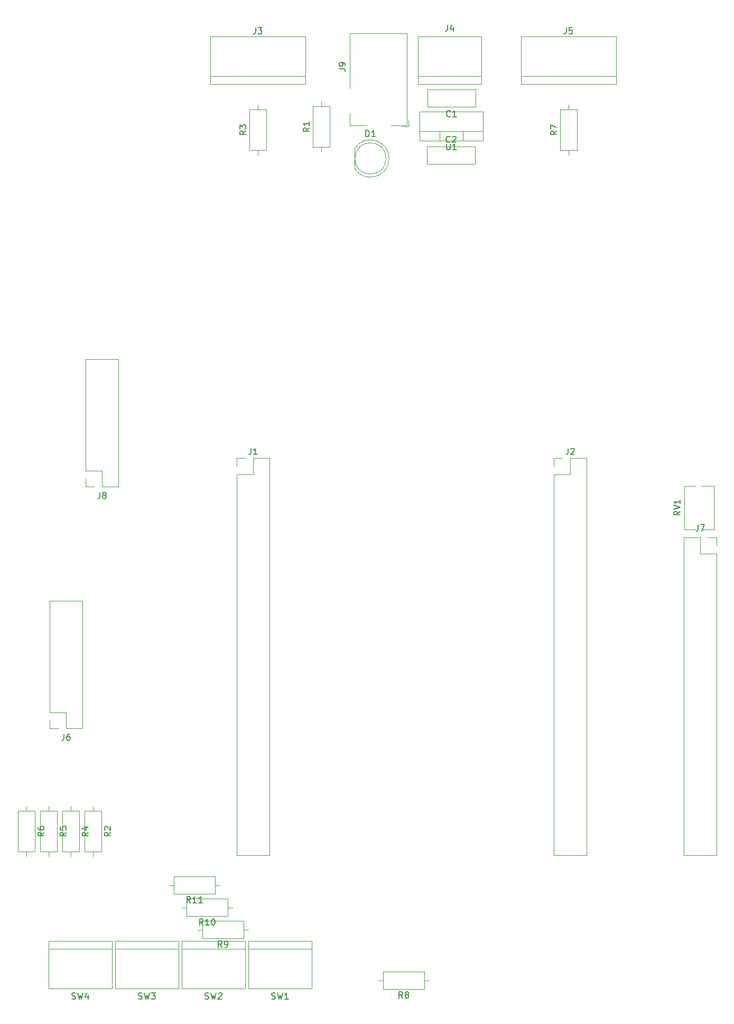
<source format=gbr>
G04 #@! TF.GenerationSoftware,KiCad,Pcbnew,(5.0.1)-4*
G04 #@! TF.CreationDate,2019-10-11T14:23:10-03:00*
G04 #@! TF.ProjectId,Principal,5072696E636970616C2E6B696361645F,rev?*
G04 #@! TF.SameCoordinates,Original*
G04 #@! TF.FileFunction,Legend,Top*
G04 #@! TF.FilePolarity,Positive*
%FSLAX46Y46*%
G04 Gerber Fmt 4.6, Leading zero omitted, Abs format (unit mm)*
G04 Created by KiCad (PCBNEW (5.0.1)-4) date 11/10/2019 14:23:10*
%MOMM*%
%LPD*%
G01*
G04 APERTURE LIST*
%ADD10C,0.120000*%
%ADD11C,0.150000*%
G04 APERTURE END LIST*
D10*
G04 #@! TO.C,J6*
X30286000Y-129346000D02*
X27686000Y-129346000D01*
X30286000Y-129346000D02*
X30286000Y-108906000D01*
X30286000Y-108906000D02*
X25086000Y-108906000D01*
X25086000Y-126746000D02*
X25086000Y-108906000D01*
X27686000Y-126746000D02*
X25086000Y-126746000D01*
X27686000Y-129346000D02*
X27686000Y-126746000D01*
X25086000Y-129346000D02*
X25086000Y-128016000D01*
X26416000Y-129346000D02*
X25086000Y-129346000D01*
G04 #@! TO.C,C1*
X85578000Y-29818000D02*
X85578000Y-27078000D01*
X93318000Y-29818000D02*
X93318000Y-27078000D01*
X93318000Y-27078000D02*
X85578000Y-27078000D01*
X93318000Y-29818000D02*
X85578000Y-29818000D01*
G04 #@! TO.C,C2*
X85498000Y-36222000D02*
X93238000Y-36222000D01*
X85498000Y-38962000D02*
X93238000Y-38962000D01*
X85498000Y-36222000D02*
X85498000Y-38962000D01*
X93238000Y-36222000D02*
X93238000Y-38962000D01*
G04 #@! TO.C,D1*
X79444000Y-38100462D02*
G75*
G03X73894000Y-36555170I-2990000J462D01*
G01*
X79444000Y-38099538D02*
G75*
G02X73894000Y-39644830I-2990000J-462D01*
G01*
X78954000Y-38100000D02*
G75*
G03X78954000Y-38100000I-2500000J0D01*
G01*
X73894000Y-36555000D02*
X73894000Y-39645000D01*
G04 #@! TO.C,J1*
X55058000Y-86046000D02*
X56388000Y-86046000D01*
X55058000Y-87376000D02*
X55058000Y-86046000D01*
X57658000Y-86046000D02*
X60258000Y-86046000D01*
X57658000Y-88646000D02*
X57658000Y-86046000D01*
X55058000Y-88646000D02*
X57658000Y-88646000D01*
X60258000Y-86046000D02*
X60258000Y-149666000D01*
X55058000Y-88646000D02*
X55058000Y-149666000D01*
X55058000Y-149666000D02*
X60258000Y-149666000D01*
G04 #@! TO.C,J2*
X105858000Y-149666000D02*
X111058000Y-149666000D01*
X105858000Y-88646000D02*
X105858000Y-149666000D01*
X111058000Y-86046000D02*
X111058000Y-149666000D01*
X105858000Y-88646000D02*
X108458000Y-88646000D01*
X108458000Y-88646000D02*
X108458000Y-86046000D01*
X108458000Y-86046000D02*
X111058000Y-86046000D01*
X105858000Y-87376000D02*
X105858000Y-86046000D01*
X105858000Y-86046000D02*
X107188000Y-86046000D01*
G04 #@! TO.C,J3*
X50800000Y-26162000D02*
X50800000Y-18542000D01*
X66040000Y-26162000D02*
X66040000Y-18542000D01*
X50800000Y-24892000D02*
X66040000Y-24892000D01*
X50800000Y-18542000D02*
X66040000Y-18542000D01*
X50800000Y-26162000D02*
X66040000Y-26162000D01*
G04 #@! TO.C,J4*
X94234000Y-24892000D02*
X84074000Y-24892000D01*
X94234000Y-26162000D02*
X94234000Y-18542000D01*
X94234000Y-18542000D02*
X84074000Y-18542000D01*
X84074000Y-18542000D02*
X84074000Y-26162000D01*
X84074000Y-26162000D02*
X94234000Y-26162000D01*
G04 #@! TO.C,J5*
X100584000Y-26162000D02*
X115824000Y-26162000D01*
X100584000Y-18542000D02*
X115824000Y-18542000D01*
X100584000Y-24892000D02*
X115824000Y-24892000D01*
X115824000Y-26162000D02*
X115824000Y-18542000D01*
X100584000Y-26162000D02*
X100584000Y-18542000D01*
G04 #@! TO.C,J9*
X81474000Y-32977000D02*
X82524000Y-32977000D01*
X82524000Y-31927000D02*
X82524000Y-32977000D01*
X73124000Y-26877000D02*
X73124000Y-18077000D01*
X73124000Y-18077000D02*
X82324000Y-18077000D01*
X75824000Y-32777000D02*
X73124000Y-32777000D01*
X73124000Y-32777000D02*
X73124000Y-30877000D01*
X82324000Y-18077000D02*
X82324000Y-32777000D01*
X82324000Y-32777000D02*
X79724000Y-32777000D01*
G04 #@! TO.C,R1*
X68580000Y-28980000D02*
X68580000Y-29750000D01*
X68580000Y-37060000D02*
X68580000Y-36290000D01*
X67210000Y-29750000D02*
X67210000Y-36290000D01*
X69950000Y-29750000D02*
X67210000Y-29750000D01*
X69950000Y-36290000D02*
X69950000Y-29750000D01*
X67210000Y-36290000D02*
X69950000Y-36290000D01*
G04 #@! TO.C,R2*
X32004000Y-149836000D02*
X32004000Y-149066000D01*
X32004000Y-141756000D02*
X32004000Y-142526000D01*
X33374000Y-149066000D02*
X33374000Y-142526000D01*
X30634000Y-149066000D02*
X33374000Y-149066000D01*
X30634000Y-142526000D02*
X30634000Y-149066000D01*
X33374000Y-142526000D02*
X30634000Y-142526000D01*
G04 #@! TO.C,R3*
X57050000Y-36798000D02*
X59790000Y-36798000D01*
X59790000Y-36798000D02*
X59790000Y-30258000D01*
X59790000Y-30258000D02*
X57050000Y-30258000D01*
X57050000Y-30258000D02*
X57050000Y-36798000D01*
X58420000Y-37568000D02*
X58420000Y-36798000D01*
X58420000Y-29488000D02*
X58420000Y-30258000D01*
G04 #@! TO.C,R4*
X29818000Y-142526000D02*
X27078000Y-142526000D01*
X27078000Y-142526000D02*
X27078000Y-149066000D01*
X27078000Y-149066000D02*
X29818000Y-149066000D01*
X29818000Y-149066000D02*
X29818000Y-142526000D01*
X28448000Y-141756000D02*
X28448000Y-142526000D01*
X28448000Y-149836000D02*
X28448000Y-149066000D01*
G04 #@! TO.C,R5*
X24892000Y-149836000D02*
X24892000Y-149066000D01*
X24892000Y-141756000D02*
X24892000Y-142526000D01*
X26262000Y-149066000D02*
X26262000Y-142526000D01*
X23522000Y-149066000D02*
X26262000Y-149066000D01*
X23522000Y-142526000D02*
X23522000Y-149066000D01*
X26262000Y-142526000D02*
X23522000Y-142526000D01*
G04 #@! TO.C,R6*
X22706000Y-142526000D02*
X19966000Y-142526000D01*
X19966000Y-142526000D02*
X19966000Y-149066000D01*
X19966000Y-149066000D02*
X22706000Y-149066000D01*
X22706000Y-149066000D02*
X22706000Y-142526000D01*
X21336000Y-141756000D02*
X21336000Y-142526000D01*
X21336000Y-149836000D02*
X21336000Y-149066000D01*
G04 #@! TO.C,R7*
X106834000Y-36798000D02*
X109574000Y-36798000D01*
X109574000Y-36798000D02*
X109574000Y-30258000D01*
X109574000Y-30258000D02*
X106834000Y-30258000D01*
X106834000Y-30258000D02*
X106834000Y-36798000D01*
X108204000Y-37568000D02*
X108204000Y-36798000D01*
X108204000Y-29488000D02*
X108204000Y-30258000D01*
G04 #@! TO.C,R8*
X85058000Y-171042000D02*
X85058000Y-168302000D01*
X85058000Y-168302000D02*
X78518000Y-168302000D01*
X78518000Y-168302000D02*
X78518000Y-171042000D01*
X78518000Y-171042000D02*
X85058000Y-171042000D01*
X85828000Y-169672000D02*
X85058000Y-169672000D01*
X77748000Y-169672000D02*
X78518000Y-169672000D01*
G04 #@! TO.C,R9*
X48792000Y-161544000D02*
X49562000Y-161544000D01*
X56872000Y-161544000D02*
X56102000Y-161544000D01*
X49562000Y-162914000D02*
X56102000Y-162914000D01*
X49562000Y-160174000D02*
X49562000Y-162914000D01*
X56102000Y-160174000D02*
X49562000Y-160174000D01*
X56102000Y-162914000D02*
X56102000Y-160174000D01*
G04 #@! TO.C,R10*
X53562000Y-159358000D02*
X53562000Y-156618000D01*
X53562000Y-156618000D02*
X47022000Y-156618000D01*
X47022000Y-156618000D02*
X47022000Y-159358000D01*
X47022000Y-159358000D02*
X53562000Y-159358000D01*
X54332000Y-157988000D02*
X53562000Y-157988000D01*
X46252000Y-157988000D02*
X47022000Y-157988000D01*
G04 #@! TO.C,R11*
X44220000Y-154432000D02*
X44990000Y-154432000D01*
X52300000Y-154432000D02*
X51530000Y-154432000D01*
X44990000Y-155802000D02*
X51530000Y-155802000D01*
X44990000Y-153062000D02*
X44990000Y-155802000D01*
X51530000Y-153062000D02*
X44990000Y-153062000D01*
X51530000Y-155802000D02*
X51530000Y-153062000D01*
G04 #@! TO.C,RV1*
X126752000Y-97455000D02*
X126752000Y-90505000D01*
X131492000Y-97455000D02*
X131492000Y-90505000D01*
X126752000Y-97455000D02*
X128538000Y-97455000D01*
X129528000Y-97455000D02*
X131492000Y-97455000D01*
X126752000Y-90505000D02*
X128538000Y-90505000D01*
X129528000Y-90505000D02*
X131492000Y-90505000D01*
G04 #@! TO.C,SW1*
X67056000Y-163322000D02*
X56896000Y-163322000D01*
X67056000Y-170942000D02*
X67056000Y-163322000D01*
X56896000Y-170942000D02*
X67056000Y-170942000D01*
X56896000Y-163322000D02*
X56896000Y-170942000D01*
X56896000Y-164592000D02*
X67056000Y-164592000D01*
G04 #@! TO.C,SW2*
X46228000Y-164592000D02*
X56388000Y-164592000D01*
X46228000Y-163322000D02*
X46228000Y-170942000D01*
X46228000Y-170942000D02*
X56388000Y-170942000D01*
X56388000Y-170942000D02*
X56388000Y-163322000D01*
X56388000Y-163322000D02*
X46228000Y-163322000D01*
G04 #@! TO.C,SW3*
X45720000Y-163322000D02*
X35560000Y-163322000D01*
X45720000Y-170942000D02*
X45720000Y-163322000D01*
X35560000Y-170942000D02*
X45720000Y-170942000D01*
X35560000Y-163322000D02*
X35560000Y-170942000D01*
X35560000Y-164592000D02*
X45720000Y-164592000D01*
G04 #@! TO.C,SW4*
X24892000Y-164592000D02*
X35052000Y-164592000D01*
X24892000Y-163322000D02*
X24892000Y-170942000D01*
X24892000Y-170942000D02*
X35052000Y-170942000D01*
X35052000Y-170942000D02*
X35052000Y-163322000D01*
X35052000Y-163322000D02*
X24892000Y-163322000D01*
G04 #@! TO.C,U1*
X94528000Y-35274000D02*
X84288000Y-35274000D01*
X94528000Y-30633000D02*
X84288000Y-30633000D01*
X94528000Y-35274000D02*
X94528000Y-30633000D01*
X84288000Y-35274000D02*
X84288000Y-30633000D01*
X94528000Y-33764000D02*
X84288000Y-33764000D01*
X91258000Y-35274000D02*
X91258000Y-33764000D01*
X87557000Y-35274000D02*
X87557000Y-33764000D01*
G04 #@! TO.C,J7*
X126686000Y-98746000D02*
X129286000Y-98746000D01*
X126686000Y-98746000D02*
X126686000Y-149666000D01*
X126686000Y-149666000D02*
X131886000Y-149666000D01*
X131886000Y-101346000D02*
X131886000Y-149666000D01*
X129286000Y-101346000D02*
X131886000Y-101346000D01*
X129286000Y-98746000D02*
X129286000Y-101346000D01*
X131886000Y-98746000D02*
X131886000Y-100076000D01*
X130556000Y-98746000D02*
X131886000Y-98746000D01*
G04 #@! TO.C,J8*
X32187222Y-90654199D02*
X30857222Y-90654199D01*
X30857222Y-90654199D02*
X30857222Y-89324199D01*
X33457222Y-90654199D02*
X33457222Y-88054199D01*
X33457222Y-88054199D02*
X30857222Y-88054199D01*
X30857222Y-88054199D02*
X30857222Y-70214199D01*
X36057222Y-70214199D02*
X30857222Y-70214199D01*
X36057222Y-90654199D02*
X36057222Y-70214199D01*
X36057222Y-90654199D02*
X33457222Y-90654199D01*
G04 #@! TO.C,J6*
D11*
X27352666Y-130238380D02*
X27352666Y-130952666D01*
X27305047Y-131095523D01*
X27209809Y-131190761D01*
X27066952Y-131238380D01*
X26971714Y-131238380D01*
X28257428Y-130238380D02*
X28066952Y-130238380D01*
X27971714Y-130286000D01*
X27924095Y-130333619D01*
X27828857Y-130476476D01*
X27781238Y-130666952D01*
X27781238Y-131047904D01*
X27828857Y-131143142D01*
X27876476Y-131190761D01*
X27971714Y-131238380D01*
X28162190Y-131238380D01*
X28257428Y-131190761D01*
X28305047Y-131143142D01*
X28352666Y-131047904D01*
X28352666Y-130809809D01*
X28305047Y-130714571D01*
X28257428Y-130666952D01*
X28162190Y-130619333D01*
X27971714Y-130619333D01*
X27876476Y-130666952D01*
X27828857Y-130714571D01*
X27781238Y-130809809D01*
G04 #@! TO.C,C1*
X89281333Y-31305142D02*
X89233714Y-31352761D01*
X89090857Y-31400380D01*
X88995619Y-31400380D01*
X88852761Y-31352761D01*
X88757523Y-31257523D01*
X88709904Y-31162285D01*
X88662285Y-30971809D01*
X88662285Y-30828952D01*
X88709904Y-30638476D01*
X88757523Y-30543238D01*
X88852761Y-30448000D01*
X88995619Y-30400380D01*
X89090857Y-30400380D01*
X89233714Y-30448000D01*
X89281333Y-30495619D01*
X90233714Y-31400380D02*
X89662285Y-31400380D01*
X89948000Y-31400380D02*
X89948000Y-30400380D01*
X89852761Y-30543238D01*
X89757523Y-30638476D01*
X89662285Y-30686095D01*
G04 #@! TO.C,C2*
X89201333Y-35449142D02*
X89153714Y-35496761D01*
X89010857Y-35544380D01*
X88915619Y-35544380D01*
X88772761Y-35496761D01*
X88677523Y-35401523D01*
X88629904Y-35306285D01*
X88582285Y-35115809D01*
X88582285Y-34972952D01*
X88629904Y-34782476D01*
X88677523Y-34687238D01*
X88772761Y-34592000D01*
X88915619Y-34544380D01*
X89010857Y-34544380D01*
X89153714Y-34592000D01*
X89201333Y-34639619D01*
X89582285Y-34639619D02*
X89629904Y-34592000D01*
X89725142Y-34544380D01*
X89963238Y-34544380D01*
X90058476Y-34592000D01*
X90106095Y-34639619D01*
X90153714Y-34734857D01*
X90153714Y-34830095D01*
X90106095Y-34972952D01*
X89534666Y-35544380D01*
X90153714Y-35544380D01*
G04 #@! TO.C,D1*
X75715904Y-34592380D02*
X75715904Y-33592380D01*
X75954000Y-33592380D01*
X76096857Y-33640000D01*
X76192095Y-33735238D01*
X76239714Y-33830476D01*
X76287333Y-34020952D01*
X76287333Y-34163809D01*
X76239714Y-34354285D01*
X76192095Y-34449523D01*
X76096857Y-34544761D01*
X75954000Y-34592380D01*
X75715904Y-34592380D01*
X77239714Y-34592380D02*
X76668285Y-34592380D01*
X76954000Y-34592380D02*
X76954000Y-33592380D01*
X76858761Y-33735238D01*
X76763523Y-33830476D01*
X76668285Y-33878095D01*
G04 #@! TO.C,J1*
X57324666Y-84498380D02*
X57324666Y-85212666D01*
X57277047Y-85355523D01*
X57181809Y-85450761D01*
X57038952Y-85498380D01*
X56943714Y-85498380D01*
X58324666Y-85498380D02*
X57753238Y-85498380D01*
X58038952Y-85498380D02*
X58038952Y-84498380D01*
X57943714Y-84641238D01*
X57848476Y-84736476D01*
X57753238Y-84784095D01*
G04 #@! TO.C,J2*
X108124666Y-84498380D02*
X108124666Y-85212666D01*
X108077047Y-85355523D01*
X107981809Y-85450761D01*
X107838952Y-85498380D01*
X107743714Y-85498380D01*
X108553238Y-84593619D02*
X108600857Y-84546000D01*
X108696095Y-84498380D01*
X108934190Y-84498380D01*
X109029428Y-84546000D01*
X109077047Y-84593619D01*
X109124666Y-84688857D01*
X109124666Y-84784095D01*
X109077047Y-84926952D01*
X108505619Y-85498380D01*
X109124666Y-85498380D01*
G04 #@! TO.C,J3*
X58056666Y-17154380D02*
X58056666Y-17868666D01*
X58009047Y-18011523D01*
X57913809Y-18106761D01*
X57770952Y-18154380D01*
X57675714Y-18154380D01*
X58437619Y-17154380D02*
X59056666Y-17154380D01*
X58723333Y-17535333D01*
X58866190Y-17535333D01*
X58961428Y-17582952D01*
X59009047Y-17630571D01*
X59056666Y-17725809D01*
X59056666Y-17963904D01*
X59009047Y-18059142D01*
X58961428Y-18106761D01*
X58866190Y-18154380D01*
X58580476Y-18154380D01*
X58485238Y-18106761D01*
X58437619Y-18059142D01*
G04 #@! TO.C,J4*
X88820666Y-16724380D02*
X88820666Y-17438666D01*
X88773047Y-17581523D01*
X88677809Y-17676761D01*
X88534952Y-17724380D01*
X88439714Y-17724380D01*
X89725428Y-17057714D02*
X89725428Y-17724380D01*
X89487333Y-16676761D02*
X89249238Y-17391047D01*
X89868285Y-17391047D01*
G04 #@! TO.C,J5*
X107840666Y-17154380D02*
X107840666Y-17868666D01*
X107793047Y-18011523D01*
X107697809Y-18106761D01*
X107554952Y-18154380D01*
X107459714Y-18154380D01*
X108793047Y-17154380D02*
X108316857Y-17154380D01*
X108269238Y-17630571D01*
X108316857Y-17582952D01*
X108412095Y-17535333D01*
X108650190Y-17535333D01*
X108745428Y-17582952D01*
X108793047Y-17630571D01*
X108840666Y-17725809D01*
X108840666Y-17963904D01*
X108793047Y-18059142D01*
X108745428Y-18106761D01*
X108650190Y-18154380D01*
X108412095Y-18154380D01*
X108316857Y-18106761D01*
X108269238Y-18059142D01*
G04 #@! TO.C,J9*
X71426380Y-23760333D02*
X72140666Y-23760333D01*
X72283523Y-23807952D01*
X72378761Y-23903190D01*
X72426380Y-24046047D01*
X72426380Y-24141285D01*
X72426380Y-23236523D02*
X72426380Y-23046047D01*
X72378761Y-22950809D01*
X72331142Y-22903190D01*
X72188285Y-22807952D01*
X71997809Y-22760333D01*
X71616857Y-22760333D01*
X71521619Y-22807952D01*
X71474000Y-22855571D01*
X71426380Y-22950809D01*
X71426380Y-23141285D01*
X71474000Y-23236523D01*
X71521619Y-23284142D01*
X71616857Y-23331761D01*
X71854952Y-23331761D01*
X71950190Y-23284142D01*
X71997809Y-23236523D01*
X72045428Y-23141285D01*
X72045428Y-22950809D01*
X71997809Y-22855571D01*
X71950190Y-22807952D01*
X71854952Y-22760333D01*
G04 #@! TO.C,R1*
X66662380Y-33186666D02*
X66186190Y-33520000D01*
X66662380Y-33758095D02*
X65662380Y-33758095D01*
X65662380Y-33377142D01*
X65710000Y-33281904D01*
X65757619Y-33234285D01*
X65852857Y-33186666D01*
X65995714Y-33186666D01*
X66090952Y-33234285D01*
X66138571Y-33281904D01*
X66186190Y-33377142D01*
X66186190Y-33758095D01*
X66662380Y-32234285D02*
X66662380Y-32805714D01*
X66662380Y-32520000D02*
X65662380Y-32520000D01*
X65805238Y-32615238D01*
X65900476Y-32710476D01*
X65948095Y-32805714D01*
G04 #@! TO.C,R2*
X34826380Y-145962666D02*
X34350190Y-146296000D01*
X34826380Y-146534095D02*
X33826380Y-146534095D01*
X33826380Y-146153142D01*
X33874000Y-146057904D01*
X33921619Y-146010285D01*
X34016857Y-145962666D01*
X34159714Y-145962666D01*
X34254952Y-146010285D01*
X34302571Y-146057904D01*
X34350190Y-146153142D01*
X34350190Y-146534095D01*
X33921619Y-145581714D02*
X33874000Y-145534095D01*
X33826380Y-145438857D01*
X33826380Y-145200761D01*
X33874000Y-145105523D01*
X33921619Y-145057904D01*
X34016857Y-145010285D01*
X34112095Y-145010285D01*
X34254952Y-145057904D01*
X34826380Y-145629333D01*
X34826380Y-145010285D01*
G04 #@! TO.C,R3*
X56502380Y-33694666D02*
X56026190Y-34028000D01*
X56502380Y-34266095D02*
X55502380Y-34266095D01*
X55502380Y-33885142D01*
X55550000Y-33789904D01*
X55597619Y-33742285D01*
X55692857Y-33694666D01*
X55835714Y-33694666D01*
X55930952Y-33742285D01*
X55978571Y-33789904D01*
X56026190Y-33885142D01*
X56026190Y-34266095D01*
X55502380Y-33361333D02*
X55502380Y-32742285D01*
X55883333Y-33075619D01*
X55883333Y-32932761D01*
X55930952Y-32837523D01*
X55978571Y-32789904D01*
X56073809Y-32742285D01*
X56311904Y-32742285D01*
X56407142Y-32789904D01*
X56454761Y-32837523D01*
X56502380Y-32932761D01*
X56502380Y-33218476D01*
X56454761Y-33313714D01*
X56407142Y-33361333D01*
G04 #@! TO.C,R4*
X31270380Y-145962666D02*
X30794190Y-146296000D01*
X31270380Y-146534095D02*
X30270380Y-146534095D01*
X30270380Y-146153142D01*
X30318000Y-146057904D01*
X30365619Y-146010285D01*
X30460857Y-145962666D01*
X30603714Y-145962666D01*
X30698952Y-146010285D01*
X30746571Y-146057904D01*
X30794190Y-146153142D01*
X30794190Y-146534095D01*
X30603714Y-145105523D02*
X31270380Y-145105523D01*
X30222761Y-145343619D02*
X30937047Y-145581714D01*
X30937047Y-144962666D01*
G04 #@! TO.C,R5*
X27714380Y-145962666D02*
X27238190Y-146296000D01*
X27714380Y-146534095D02*
X26714380Y-146534095D01*
X26714380Y-146153142D01*
X26762000Y-146057904D01*
X26809619Y-146010285D01*
X26904857Y-145962666D01*
X27047714Y-145962666D01*
X27142952Y-146010285D01*
X27190571Y-146057904D01*
X27238190Y-146153142D01*
X27238190Y-146534095D01*
X26714380Y-145057904D02*
X26714380Y-145534095D01*
X27190571Y-145581714D01*
X27142952Y-145534095D01*
X27095333Y-145438857D01*
X27095333Y-145200761D01*
X27142952Y-145105523D01*
X27190571Y-145057904D01*
X27285809Y-145010285D01*
X27523904Y-145010285D01*
X27619142Y-145057904D01*
X27666761Y-145105523D01*
X27714380Y-145200761D01*
X27714380Y-145438857D01*
X27666761Y-145534095D01*
X27619142Y-145581714D01*
G04 #@! TO.C,R6*
X24158380Y-145962666D02*
X23682190Y-146296000D01*
X24158380Y-146534095D02*
X23158380Y-146534095D01*
X23158380Y-146153142D01*
X23206000Y-146057904D01*
X23253619Y-146010285D01*
X23348857Y-145962666D01*
X23491714Y-145962666D01*
X23586952Y-146010285D01*
X23634571Y-146057904D01*
X23682190Y-146153142D01*
X23682190Y-146534095D01*
X23158380Y-145105523D02*
X23158380Y-145296000D01*
X23206000Y-145391238D01*
X23253619Y-145438857D01*
X23396476Y-145534095D01*
X23586952Y-145581714D01*
X23967904Y-145581714D01*
X24063142Y-145534095D01*
X24110761Y-145486476D01*
X24158380Y-145391238D01*
X24158380Y-145200761D01*
X24110761Y-145105523D01*
X24063142Y-145057904D01*
X23967904Y-145010285D01*
X23729809Y-145010285D01*
X23634571Y-145057904D01*
X23586952Y-145105523D01*
X23539333Y-145200761D01*
X23539333Y-145391238D01*
X23586952Y-145486476D01*
X23634571Y-145534095D01*
X23729809Y-145581714D01*
G04 #@! TO.C,R7*
X106286380Y-33694666D02*
X105810190Y-34028000D01*
X106286380Y-34266095D02*
X105286380Y-34266095D01*
X105286380Y-33885142D01*
X105334000Y-33789904D01*
X105381619Y-33742285D01*
X105476857Y-33694666D01*
X105619714Y-33694666D01*
X105714952Y-33742285D01*
X105762571Y-33789904D01*
X105810190Y-33885142D01*
X105810190Y-34266095D01*
X105286380Y-33361333D02*
X105286380Y-32694666D01*
X106286380Y-33123238D01*
G04 #@! TO.C,R8*
X81621333Y-172494380D02*
X81288000Y-172018190D01*
X81049904Y-172494380D02*
X81049904Y-171494380D01*
X81430857Y-171494380D01*
X81526095Y-171542000D01*
X81573714Y-171589619D01*
X81621333Y-171684857D01*
X81621333Y-171827714D01*
X81573714Y-171922952D01*
X81526095Y-171970571D01*
X81430857Y-172018190D01*
X81049904Y-172018190D01*
X82192761Y-171922952D02*
X82097523Y-171875333D01*
X82049904Y-171827714D01*
X82002285Y-171732476D01*
X82002285Y-171684857D01*
X82049904Y-171589619D01*
X82097523Y-171542000D01*
X82192761Y-171494380D01*
X82383238Y-171494380D01*
X82478476Y-171542000D01*
X82526095Y-171589619D01*
X82573714Y-171684857D01*
X82573714Y-171732476D01*
X82526095Y-171827714D01*
X82478476Y-171875333D01*
X82383238Y-171922952D01*
X82192761Y-171922952D01*
X82097523Y-171970571D01*
X82049904Y-172018190D01*
X82002285Y-172113428D01*
X82002285Y-172303904D01*
X82049904Y-172399142D01*
X82097523Y-172446761D01*
X82192761Y-172494380D01*
X82383238Y-172494380D01*
X82478476Y-172446761D01*
X82526095Y-172399142D01*
X82573714Y-172303904D01*
X82573714Y-172113428D01*
X82526095Y-172018190D01*
X82478476Y-171970571D01*
X82383238Y-171922952D01*
G04 #@! TO.C,R9*
X52665333Y-164366380D02*
X52332000Y-163890190D01*
X52093904Y-164366380D02*
X52093904Y-163366380D01*
X52474857Y-163366380D01*
X52570095Y-163414000D01*
X52617714Y-163461619D01*
X52665333Y-163556857D01*
X52665333Y-163699714D01*
X52617714Y-163794952D01*
X52570095Y-163842571D01*
X52474857Y-163890190D01*
X52093904Y-163890190D01*
X53141523Y-164366380D02*
X53332000Y-164366380D01*
X53427238Y-164318761D01*
X53474857Y-164271142D01*
X53570095Y-164128285D01*
X53617714Y-163937809D01*
X53617714Y-163556857D01*
X53570095Y-163461619D01*
X53522476Y-163414000D01*
X53427238Y-163366380D01*
X53236761Y-163366380D01*
X53141523Y-163414000D01*
X53093904Y-163461619D01*
X53046285Y-163556857D01*
X53046285Y-163794952D01*
X53093904Y-163890190D01*
X53141523Y-163937809D01*
X53236761Y-163985428D01*
X53427238Y-163985428D01*
X53522476Y-163937809D01*
X53570095Y-163890190D01*
X53617714Y-163794952D01*
G04 #@! TO.C,R10*
X49649142Y-160810380D02*
X49315809Y-160334190D01*
X49077714Y-160810380D02*
X49077714Y-159810380D01*
X49458666Y-159810380D01*
X49553904Y-159858000D01*
X49601523Y-159905619D01*
X49649142Y-160000857D01*
X49649142Y-160143714D01*
X49601523Y-160238952D01*
X49553904Y-160286571D01*
X49458666Y-160334190D01*
X49077714Y-160334190D01*
X50601523Y-160810380D02*
X50030095Y-160810380D01*
X50315809Y-160810380D02*
X50315809Y-159810380D01*
X50220571Y-159953238D01*
X50125333Y-160048476D01*
X50030095Y-160096095D01*
X51220571Y-159810380D02*
X51315809Y-159810380D01*
X51411047Y-159858000D01*
X51458666Y-159905619D01*
X51506285Y-160000857D01*
X51553904Y-160191333D01*
X51553904Y-160429428D01*
X51506285Y-160619904D01*
X51458666Y-160715142D01*
X51411047Y-160762761D01*
X51315809Y-160810380D01*
X51220571Y-160810380D01*
X51125333Y-160762761D01*
X51077714Y-160715142D01*
X51030095Y-160619904D01*
X50982476Y-160429428D01*
X50982476Y-160191333D01*
X51030095Y-160000857D01*
X51077714Y-159905619D01*
X51125333Y-159858000D01*
X51220571Y-159810380D01*
G04 #@! TO.C,R11*
X47617142Y-157254380D02*
X47283809Y-156778190D01*
X47045714Y-157254380D02*
X47045714Y-156254380D01*
X47426666Y-156254380D01*
X47521904Y-156302000D01*
X47569523Y-156349619D01*
X47617142Y-156444857D01*
X47617142Y-156587714D01*
X47569523Y-156682952D01*
X47521904Y-156730571D01*
X47426666Y-156778190D01*
X47045714Y-156778190D01*
X48569523Y-157254380D02*
X47998095Y-157254380D01*
X48283809Y-157254380D02*
X48283809Y-156254380D01*
X48188571Y-156397238D01*
X48093333Y-156492476D01*
X47998095Y-156540095D01*
X49521904Y-157254380D02*
X48950476Y-157254380D01*
X49236190Y-157254380D02*
X49236190Y-156254380D01*
X49140952Y-156397238D01*
X49045714Y-156492476D01*
X48950476Y-156540095D01*
G04 #@! TO.C,RV1*
X126074380Y-94575238D02*
X125598190Y-94908571D01*
X126074380Y-95146666D02*
X125074380Y-95146666D01*
X125074380Y-94765714D01*
X125122000Y-94670476D01*
X125169619Y-94622857D01*
X125264857Y-94575238D01*
X125407714Y-94575238D01*
X125502952Y-94622857D01*
X125550571Y-94670476D01*
X125598190Y-94765714D01*
X125598190Y-95146666D01*
X125074380Y-94289523D02*
X126074380Y-93956190D01*
X125074380Y-93622857D01*
X126074380Y-92765714D02*
X126074380Y-93337142D01*
X126074380Y-93051428D02*
X125074380Y-93051428D01*
X125217238Y-93146666D01*
X125312476Y-93241904D01*
X125360095Y-93337142D01*
G04 #@! TO.C,SW1*
X60642666Y-172616761D02*
X60785523Y-172664380D01*
X61023619Y-172664380D01*
X61118857Y-172616761D01*
X61166476Y-172569142D01*
X61214095Y-172473904D01*
X61214095Y-172378666D01*
X61166476Y-172283428D01*
X61118857Y-172235809D01*
X61023619Y-172188190D01*
X60833142Y-172140571D01*
X60737904Y-172092952D01*
X60690285Y-172045333D01*
X60642666Y-171950095D01*
X60642666Y-171854857D01*
X60690285Y-171759619D01*
X60737904Y-171712000D01*
X60833142Y-171664380D01*
X61071238Y-171664380D01*
X61214095Y-171712000D01*
X61547428Y-171664380D02*
X61785523Y-172664380D01*
X61976000Y-171950095D01*
X62166476Y-172664380D01*
X62404571Y-171664380D01*
X63309333Y-172664380D02*
X62737904Y-172664380D01*
X63023619Y-172664380D02*
X63023619Y-171664380D01*
X62928380Y-171807238D01*
X62833142Y-171902476D01*
X62737904Y-171950095D01*
G04 #@! TO.C,SW2*
X49974666Y-172616761D02*
X50117523Y-172664380D01*
X50355619Y-172664380D01*
X50450857Y-172616761D01*
X50498476Y-172569142D01*
X50546095Y-172473904D01*
X50546095Y-172378666D01*
X50498476Y-172283428D01*
X50450857Y-172235809D01*
X50355619Y-172188190D01*
X50165142Y-172140571D01*
X50069904Y-172092952D01*
X50022285Y-172045333D01*
X49974666Y-171950095D01*
X49974666Y-171854857D01*
X50022285Y-171759619D01*
X50069904Y-171712000D01*
X50165142Y-171664380D01*
X50403238Y-171664380D01*
X50546095Y-171712000D01*
X50879428Y-171664380D02*
X51117523Y-172664380D01*
X51308000Y-171950095D01*
X51498476Y-172664380D01*
X51736571Y-171664380D01*
X52069904Y-171759619D02*
X52117523Y-171712000D01*
X52212761Y-171664380D01*
X52450857Y-171664380D01*
X52546095Y-171712000D01*
X52593714Y-171759619D01*
X52641333Y-171854857D01*
X52641333Y-171950095D01*
X52593714Y-172092952D01*
X52022285Y-172664380D01*
X52641333Y-172664380D01*
G04 #@! TO.C,SW3*
X39306666Y-172616761D02*
X39449523Y-172664380D01*
X39687619Y-172664380D01*
X39782857Y-172616761D01*
X39830476Y-172569142D01*
X39878095Y-172473904D01*
X39878095Y-172378666D01*
X39830476Y-172283428D01*
X39782857Y-172235809D01*
X39687619Y-172188190D01*
X39497142Y-172140571D01*
X39401904Y-172092952D01*
X39354285Y-172045333D01*
X39306666Y-171950095D01*
X39306666Y-171854857D01*
X39354285Y-171759619D01*
X39401904Y-171712000D01*
X39497142Y-171664380D01*
X39735238Y-171664380D01*
X39878095Y-171712000D01*
X40211428Y-171664380D02*
X40449523Y-172664380D01*
X40640000Y-171950095D01*
X40830476Y-172664380D01*
X41068571Y-171664380D01*
X41354285Y-171664380D02*
X41973333Y-171664380D01*
X41640000Y-172045333D01*
X41782857Y-172045333D01*
X41878095Y-172092952D01*
X41925714Y-172140571D01*
X41973333Y-172235809D01*
X41973333Y-172473904D01*
X41925714Y-172569142D01*
X41878095Y-172616761D01*
X41782857Y-172664380D01*
X41497142Y-172664380D01*
X41401904Y-172616761D01*
X41354285Y-172569142D01*
G04 #@! TO.C,SW4*
X28638666Y-172616761D02*
X28781523Y-172664380D01*
X29019619Y-172664380D01*
X29114857Y-172616761D01*
X29162476Y-172569142D01*
X29210095Y-172473904D01*
X29210095Y-172378666D01*
X29162476Y-172283428D01*
X29114857Y-172235809D01*
X29019619Y-172188190D01*
X28829142Y-172140571D01*
X28733904Y-172092952D01*
X28686285Y-172045333D01*
X28638666Y-171950095D01*
X28638666Y-171854857D01*
X28686285Y-171759619D01*
X28733904Y-171712000D01*
X28829142Y-171664380D01*
X29067238Y-171664380D01*
X29210095Y-171712000D01*
X29543428Y-171664380D02*
X29781523Y-172664380D01*
X29972000Y-171950095D01*
X30162476Y-172664380D01*
X30400571Y-171664380D01*
X31210095Y-171997714D02*
X31210095Y-172664380D01*
X30972000Y-171616761D02*
X30733904Y-172331047D01*
X31352952Y-172331047D01*
G04 #@! TO.C,U1*
X88646095Y-35726380D02*
X88646095Y-36535904D01*
X88693714Y-36631142D01*
X88741333Y-36678761D01*
X88836571Y-36726380D01*
X89027047Y-36726380D01*
X89122285Y-36678761D01*
X89169904Y-36631142D01*
X89217523Y-36535904D01*
X89217523Y-35726380D01*
X90217523Y-36726380D02*
X89646095Y-36726380D01*
X89931809Y-36726380D02*
X89931809Y-35726380D01*
X89836571Y-35869238D01*
X89741333Y-35964476D01*
X89646095Y-36012095D01*
G04 #@! TO.C,J7*
X128952666Y-96758380D02*
X128952666Y-97472666D01*
X128905047Y-97615523D01*
X128809809Y-97710761D01*
X128666952Y-97758380D01*
X128571714Y-97758380D01*
X129333619Y-96758380D02*
X130000285Y-96758380D01*
X129571714Y-97758380D01*
G04 #@! TO.C,J8*
X33123888Y-91546579D02*
X33123888Y-92260865D01*
X33076269Y-92403722D01*
X32981031Y-92498960D01*
X32838174Y-92546579D01*
X32742936Y-92546579D01*
X33742936Y-91975151D02*
X33647698Y-91927532D01*
X33600079Y-91879913D01*
X33552460Y-91784675D01*
X33552460Y-91737056D01*
X33600079Y-91641818D01*
X33647698Y-91594199D01*
X33742936Y-91546579D01*
X33933412Y-91546579D01*
X34028650Y-91594199D01*
X34076269Y-91641818D01*
X34123888Y-91737056D01*
X34123888Y-91784675D01*
X34076269Y-91879913D01*
X34028650Y-91927532D01*
X33933412Y-91975151D01*
X33742936Y-91975151D01*
X33647698Y-92022770D01*
X33600079Y-92070389D01*
X33552460Y-92165627D01*
X33552460Y-92356103D01*
X33600079Y-92451341D01*
X33647698Y-92498960D01*
X33742936Y-92546579D01*
X33933412Y-92546579D01*
X34028650Y-92498960D01*
X34076269Y-92451341D01*
X34123888Y-92356103D01*
X34123888Y-92165627D01*
X34076269Y-92070389D01*
X34028650Y-92022770D01*
X33933412Y-91975151D01*
G04 #@! TD*
M02*

</source>
